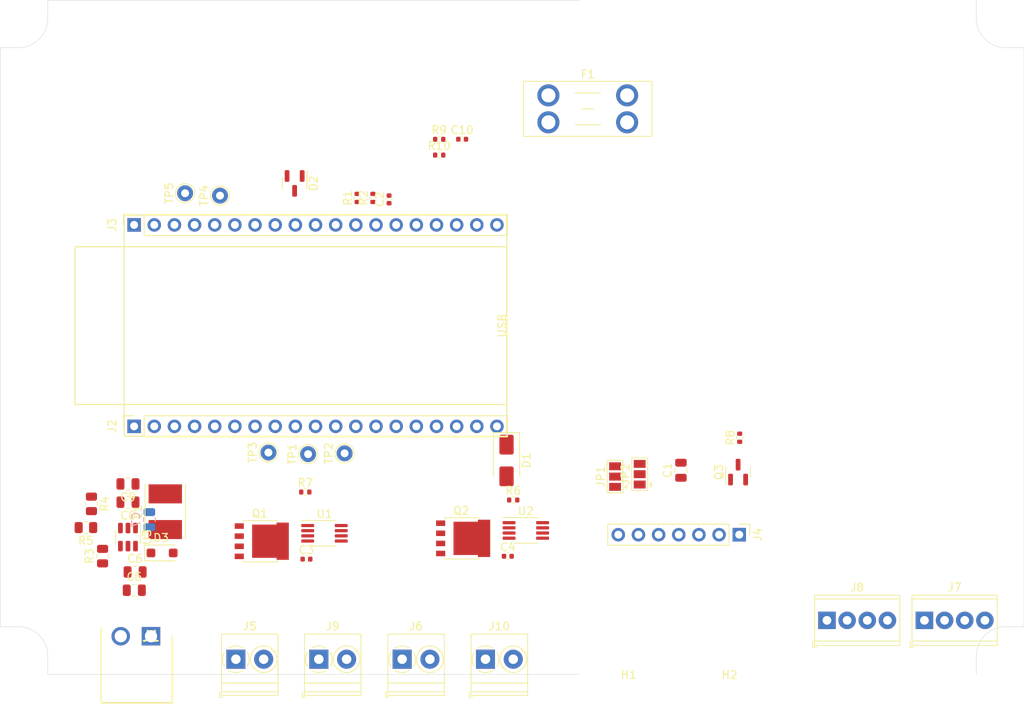
<source format=kicad_pcb>
(kicad_pcb (version 20221018) (generator pcbnew)
  (layers (0 "F.Cu" signal) (31 "B.Cu" signal) (34 "B.Paste" user) (35 "F.Paste" user) (36 "B.SilkS" user "B.Silkscreen") (37 "F.SilkS" user "F.Silkscreen") (38 "B.Mask" user) (39 "F.Mask" user) (44 "Edge.Cuts" user))
  (net 0 "")
  (net 1 "+5V")
  (net 2 "GND")
  (net 3 "/button_1")
  (net 4 "+24V")
  (net 5 "Net-(U3-CB)")
  (net 6 "Net-(D3-K)")
  (net 7 "Net-(D1-K)")
  (net 8 "/EN_bottom")
  (net 9 "/EN_top")
  (net 10 "+3V3")
  (net 17 "Net-(J2-Pin_8)")
  (net 18 "Net-(J2-Pin_9)")
  (net 19 "Net-(J2-Pin_10)")
  (net 20 "/PWM_sig")
  (net 21 "/~{EN}_audio")
  (net 27 "Net-(J3-Pin_2)")
  (net 28 "Net-(J3-Pin_3)")
  (net 31 "/I2S_DOUT")
  (net 32 "/I2S_WS")
  (net 33 "/button_2")
  (net 34 "/I2S_BCLK")
  (net 41 "/gain")
  (net 42 "/sd_mode")
  (net 43 "Net-(J5-Pin_2)")
  (net 44 "Net-(J10-Pin_2)")
  (net 45 "Net-(Q1-G)")
  (net 46 "Net-(Q2-G)")
  (net 47 "Net-(Q3-G)")
  (net 48 "Net-(J7-Pin_1)")
  (net 49 "Net-(U3-~{SHDN})")
  (net 50 "Net-(U3-FB)")
  (net 51 "Net-(J1-Pin_2)")
  (net 52 "Net-(J8-Pin_1)")
  (footprint "Resistor_SMD:R_0402_1005Metric" (layer "F.Cu") (at 93.18 55.17 90)
    (fp_text reference "R8" (at 0 -1.17 90) (layer "F.SilkS"))
    (fp_text value "1k")
    (fp_line (start -0.153641 -0.38) (end 0.153641 -0.38) (stroke (width 0.12)) (layer "F.SilkS"))
    (fp_line (start -0.153641 0.38) (end 0.153641 0.38) (stroke (width 0.12)) (layer "F.SilkS"))
    (pad "1" smd roundrect (at -0.51 0 90) (size 0.54 0.64) (layers "F.Cu" "F.Paste" "F.Mask") (net 47 "Net-(Q3-G)"))
    (pad "2" smd roundrect (at 0.51 0 90) (size 0.54 0.64) (layers "F.Cu" "F.Paste" "F.Mask") (net 21 "/~{EN}_audio"))
  )
  (footprint "TestPoint:TestPoint_THTPad_D2.0mm_Drill1.0mm" (layer "F.Cu") (at 43.4 57.14 90)
    (fp_text reference "TP2" (at 0 -1.998 90) (layer "F.SilkS"))
    (fp_text value "TestPoint")
    (fp_circle (center 0 0) (end 0 1.2) (stroke (width 0.12)) (fill none) (layer "F.SilkS"))
    (pad "1" thru_hole circle (at 0 0 90) (size 2 2) (drill 1) (layers "*.Cu" "*.Mask") (net 19 "Net-(J2-Pin_10)"))
  )
  (footprint "Inductor_SMD:L_Taiyo-Yuden_NR-50xx_HandSoldering" (layer "F.Cu") (at 20.8 64.5 90)
    (fp_text reference "L1" (at 0 -3.45 90) (layer "F.SilkS"))
    (fp_text value "22uH SRN5040-220M")
    (fp_line (start -3.45 -2.55) (end 3.45 -2.55) (stroke (width 0.12)) (layer "F.SilkS"))
    (fp_line (start -3.45 2.55) (end 3.45 2.55) (stroke (width 0.12)) (layer "F.SilkS"))
    (pad "1" smd rect (at -2.25 0 90) (size 2.4 4.2) (layers "F.Cu" "F.Paste" "F.Mask") (net 6 "Net-(D3-K)"))
    (pad "2" smd rect (at 2.25 0 90) (size 2.4 4.2) (layers "F.Cu" "F.Paste" "F.Mask") (net 1 "+5V"))
  )
  (footprint "TerminalBlock_Phoenix:TerminalBlock_Phoenix_PT-1,5-2-3.5-H_1x02_P3.50mm_Horizontal" (layer "F.Cu") (at 50.65 83.1)
    (fp_text reference "J6" (at 1.75 -4.16) (layer "F.SilkS"))
    (fp_text value "MKDS 3.5mm")
    (fp_line (start -2.05 4.16) (end -2.05 4.8) (stroke (width 0.12)) (layer "F.SilkS"))
    (fp_line (start -2.05 4.8) (end -1.65 4.8) (stroke (width 0.12)) (layer "F.SilkS"))
    (fp_line (start -1.81 -3.16) (end -1.81 4.56) (stroke (width 0.12)) (layer "F.SilkS"))
    (fp_line (start -1.81 -3.16) (end 5.31 -3.16) (stroke (width 0.12)) (layer "F.SilkS"))
    (fp_line (start -1.81 3) (end 5.31 3) (stroke (width 0.12)) (layer "F.SilkS"))
    (fp_line (start -1.81 4.1) (end 5.31 4.1) (stroke (width 0.12)) (layer "F.SilkS"))
    (fp_line (start -1.81 4.56) (end 5.31 4.56) (stroke (width 0.12)) (layer "F.SilkS"))
    (fp_line (start 2.355 0.941) (end 2.226 1.069) (stroke (width 0.12)) (layer "F.SilkS"))
    (fp_line (start 2.525 1.181) (end 2.431 1.274) (stroke (width 0.12)) (layer "F.SilkS"))
    (fp_line (start 4.57 -1.275) (end 4.476 -1.181) (stroke (width 0.12)) (layer "F.SilkS"))
    (fp_line (start 4.775 -1.069) (end 4.646 -0.941) (stroke (width 0.12)) (layer "F.SilkS"))
    (fp_line (start 5.31 -3.16) (end 5.31 4.56) (stroke (width 0.12)) (layer "F.SilkS"))
    (fp_arc (start -1.425358 0.889894) (mid -1.680286 0.014012) (end -1.44 -0.866) (stroke (width 0.12)) (layer "F.SilkS"))
    (fp_arc (start -0.889894 -1.425358) (mid -0.014012 -1.680286) (end 0.866 -1.44) (stroke (width 0.12)) (layer "F.SilkS"))
    (fp_arc (start 0.028674 1.680099) (mid -0.435535 1.622918) (end -0.866 1.44) (stroke (width 0.12)) (layer "F.SilkS"))
    (fp_arc (start 0.890264 1.424721) (mid 0.463071 1.61492) (end 0 1.68) (stroke (width 0.12)) (layer "F.SilkS"))
    (fp_arc (start 1.425504 -0.890193) (mid 1.680626 0.000476) (end 1.425 0.891) (stroke (width 0.12)) (layer "F.SilkS"))
    (fp_circle (center 3.5 0) (end 5.18 0) (stroke (width 0.12)) (fill none) (layer "F.SilkS"))
    (pad "1" thru_hole rect (at 0 0) (size 2.4 2.4) (drill 1.2) (layers "*.Cu" "*.Mask") (net 4 "+24V"))
    (pad "2" thru_hole circle (at 3.5 0) (size 2.4 2.4) (drill 1.2) (layers "*.Cu" "*.Mask") (net 44 "Net-(J10-Pin_2)"))
  )
  (footprint "Resistor_SMD:R_0402_1005Metric" (layer "F.Cu") (at 64.645 63.02)
    (fp_text reference "R6" (at 0 -1.17) (layer "F.SilkS"))
    (fp_text value "10k")
    (fp_line (start -0.153641 -0.38) (end 0.153641 -0.38) (stroke (width 0.12)) (layer "F.SilkS"))
    (fp_line (start -0.153641 0.38) (end 0.153641 0.38) (stroke (width 0.12)) (layer "F.SilkS"))
    (pad "1" smd roundrect (at -0.51 0) (size 0.54 0.64) (layers "F.Cu" "F.Paste" "F.Mask") (net 2 "GND"))
    (pad "2" smd roundrect (at 0.51 0) (size 0.54 0.64) (layers "F.Cu" "F.Paste" "F.Mask") (net 8 "/EN_bottom"))
  )
  (footprint "Package_SO:MSOP-8_3x3mm_P0.65mm" (layer "F.Cu") (at 40.86 67.22)
    (fp_text reference "U1" (at 0 -2.45) (layer "F.SilkS"))
    (fp_text value "MCP14A0302")
    (fp_line (start 0 -1.61) (end -2.925 -1.61) (stroke (width 0.12)) (layer "F.SilkS"))
    (fp_line (start 0 -1.61) (end 1.5 -1.61) (stroke (width 0.12)) (layer "F.SilkS"))
    (fp_line (start 0 1.61) (end -1.5 1.61) (stroke (width 0.12)) (layer "F.SilkS"))
    (fp_line (start 0 1.61) (end 1.5 1.61) (stroke (width 0.12)) (layer "F.SilkS"))
    (pad "1" smd roundrect (at -2.1125 -0.975) (size 1.625 0.4) (layers "F.Cu" "F.Paste" "F.Mask") (net 1 "+5V"))
    (pad "2" smd roundrect (at -2.1125 -0.325) (size 1.625 0.4) (layers "F.Cu" "F.Paste" "F.Mask") (net 20 "/PWM_sig"))
    (pad "3" smd roundrect (at -2.1125 0.325) (size 1.625 0.4) (layers "F.Cu" "F.Paste" "F.Mask") (net 9 "/EN_top"))
    (pad "4" smd roundrect (at -2.1125 0.975) (size 1.625 0.4) (layers "F.Cu" "F.Paste" "F.Mask") (net 2 "GND"))
    (pad "5" smd roundrect (at 2.1125 0.975) (size 1.625 0.4) (layers "F.Cu" "F.Paste" "F.Mask") (net 2 "GND"))
    (pad "6" smd roundrect (at 2.1125 0.325) (size 1.625 0.4) (layers "F.Cu" "F.Paste" "F.Mask") (net 45 "Net-(Q1-G)"))
    (pad "7" smd roundrect (at 2.1125 -0.325) (size 1.625 0.4) (layers "F.Cu" "F.Paste" "F.Mask") (net 45 "Net-(Q1-G)"))
    (pad "8" smd roundrect (at 2.1125 -0.975) (size 1.625 0.4) (layers "F.Cu" "F.Paste" "F.Mask") (net 1 "+5V"))
  )
  (footprint "Capacitor_SMD:C_0805_2012Metric" (layer "F.Cu") (at 17 72.1)
    (fp_text reference "C6" (at 0 -1.68) (layer "F.SilkS"))
    (fp_text value "1uF 35V")
    (fp_line (start -0.261252 -0.735) (end 0.261252 -0.735) (stroke (width 0.12)) (layer "F.SilkS"))
    (fp_line (start -0.261252 0.735) (end 0.261252 0.735) (stroke (width 0.12)) (layer "F.SilkS"))
    (pad "1" smd roundrect (at -0.95 0) (size 1 1.45) (layers "F.Cu" "F.Paste" "F.Mask") (net 4 "+24V"))
    (pad "2" smd roundrect (at 0.95 0) (size 1 1.45) (layers "F.Cu" "F.Paste" "F.Mask") (net 2 "GND"))
  )
  (footprint "Capacitor_SMD:C_0402_1005Metric" (layer "F.Cu") (at 49 25.12 90)
    (fp_text reference "C2" (at 0 -1.16 90) (layer "F.SilkS"))
    (fp_text value "1uF 10V")
    (fp_line (start -0.107836 -0.36) (end 0.107836 -0.36) (stroke (width 0.12)) (layer "F.SilkS"))
    (fp_line (start -0.107836 0.36) (end 0.107836 0.36) (stroke (width 0.12)) (layer "F.SilkS"))
    (pad "1" smd roundrect (at -0.48 0 90) (size 0.56 0.62) (layers "F.Cu" "F.Paste" "F.Mask") (net 3 "/button_1"))
    (pad "2" smd roundrect (at 0.48 0 90) (size 0.56 0.62) (layers "F.Cu" "F.Paste" "F.Mask") (net 2 "GND"))
  )
  (footprint "connectors:Wuerth_Term_3.81_1x2_691322310002" (layer "F.Cu") (at 19 80.2 180)
    (fp_text reference "J1" (at 0 0) (layer "F.SilkS") (effects (font (size 1.27 1.27) (thickness 0.254))))
    (fp_text value "691322310002" hide)
    (fp_line (start -2.7 -8.4) (end 6.26 -8.4) (stroke (width 0.2)) (layer "F.SilkS"))
    (fp_line (start -2.7 0) (end -2.7 -8.4) (stroke (width 0.2)) (layer "F.SilkS"))
    (fp_line (start 6.26 -8.4) (end 6.26 1) (stroke (width 0.2)) (layer "F.SilkS"))
    (pad "1" thru_hole rect (at 0 0 180) (size 2.325 2.325) (drill 1.55) (layers "*.Cu" "*.Mask") (net 2 "GND"))
    (pad "2" thru_hole circle (at 3.81 0 180) (size 2.325 2.325) (drill 1.55) (layers "*.Cu" "*.Mask") (net 51 "Net-(J1-Pin_2)"))
  )
  (footprint "Resistor_SMD:R_0402_1005Metric" (layer "F.Cu") (at 38.445 62.02)
    (fp_text reference "R7" (at 0 -1.17) (layer "F.SilkS"))
    (fp_text value "10k")
    (fp_line (start -0.153641 -0.38) (end 0.153641 -0.38) (stroke (width 0.12)) (layer "F.SilkS"))
    (fp_line (start -0.153641 0.38) (end 0.153641 0.38) (stroke (width 0.12)) (layer "F.SilkS"))
    (pad "1" smd roundrect (at -0.51 0) (size 0.54 0.64) (layers "F.Cu" "F.Paste" "F.Mask") (net 2 "GND"))
    (pad "2" smd roundrect (at 0.51 0) (size 0.54 0.64) (layers "F.Cu" "F.Paste" "F.Mask") (net 9 "/EN_top"))
  )
  (footprint "Connector_PinHeader_2.54mm:PinHeader_1x07_P2.54mm_Vertical" (layer "F.Cu") (at 93.125 67.4 -90)
    (fp_text reference "J4" (at 0 -2.33 90) (layer "F.SilkS"))
    (fp_text value "MAX98357A Breakout")
    (fp_line (start -1.33 -1.33) (end 0 -1.33) (stroke (width 0.12)) (layer "F.SilkS"))
    (fp_line (start -1.33 0) (end -1.33 -1.33) (stroke (width 0.12)) (layer "F.SilkS"))
    (fp_line (start -1.33 1.27) (end -1.33 16.57) (stroke (width 0.12)) (layer "F.SilkS"))
    (fp_line (start -1.33 1.27) (end 1.33 1.27) (stroke (width 0.12)) (layer "F.SilkS"))
    (fp_line (start -1.33 16.57) (end 1.33 16.57) (stroke (width 0.12)) (layer "F.SilkS"))
    (fp_line (start 1.33 1.27) (end 1.33 16.57) (stroke (width 0.12)) (layer "F.SilkS"))
    (pad "1" thru_hole rect (at 0 0 270) (size 1.7 1.7) (drill 1) (layers "*.Cu" "*.Mask") (net 32 "/I2S_WS"))
    (pad "2" thru_hole oval (at 0 2.54 270) (size 1.7 1.7) (drill 1) (layers "*.Cu" "*.Mask") (net 34 "/I2S_BCLK"))
    (pad "3" thru_hole oval (at 0 5.08 270) (size 1.7 1.7) (drill 1) (layers "*.Cu" "*.Mask") (net 31 "/I2S_DOUT"))
    (pad "4" thru_hole oval (at 0 7.62 270) (size 1.7 1.7) (drill 1) (layers "*.Cu" "*.Mask") (net 41 "/gain"))
    (pad "5" thru_hole oval (at 0 10.16 270) (size 1.7 1.7) (drill 1) (layers "*.Cu" "*.Mask") (net 42 "/sd_mode"))
    (pad "6" thru_hole oval (at 0 12.7 270) (size 1.7 1.7) (drill 1) (layers "*.Cu" "*.Mask") (net 2 "GND"))
    (pad "7" thru_hole oval (at 0 15.24 270) (size 1.7 1.7) (drill 1) (layers "*.Cu" "*.Mask") (net 1 "+5V"))
  )
  (footprint "Resistor_SMD:R_0402_1005Metric" (layer "F.Cu") (at 44.97 24.93 90)
    (fp_text reference "R1" (at 0 -1.17 90) (layer "F.SilkS"))
    (fp_text value "100k")
    (fp_line (start -0.153641 -0.38) (end 0.153641 -0.38) (stroke (width 0.12)) (layer "F.SilkS"))
    (fp_line (start -0.153641 0.38) (end 0.153641 0.38) (stroke (width 0.12)) (layer "F.SilkS"))
    (pad "1" smd roundrect (at -0.51 0 90) (size 0.54 0.64) (layers "F.Cu" "F.Paste" "F.Mask") (net 3 "/button_1"))
    (pad "2" smd roundrect (at 0.51 0 90) (size 0.54 0.64) (layers "F.Cu" "F.Paste" "F.Mask") (net 10 "+3V3"))
  )
  (footprint "TerminalBlock_Phoenix:TerminalBlock_Phoenix_PT-1,5-2-3.5-H_1x02_P3.50mm_Horizontal" (layer "F.Cu") (at 29.7 83.1)
    (fp_text reference "J5" (at 1.75 -4.16) (layer "F.SilkS"))
    (fp_text value "MKDS 3.5mm")
    (fp_line (start -2.05 4.16) (end -2.05 4.8) (stroke (width 0.12)) (layer "F.SilkS"))
    (fp_line (start -2.05 4.8) (end -1.65 4.8) (stroke (width 0.12)) (layer "F.SilkS"))
    (fp_line (start -1.81 -3.16) (end -1.81 4.56) (stroke (width 0.12)) (layer "F.SilkS"))
    (fp_line (start -1.81 -3.16) (end 5.31 -3.16) (stroke (width 0.12)) (layer "F.SilkS"))
    (fp_line (start -1.81 3) (end 5.31 3) (stroke (width 0.12)) (layer "F.SilkS"))
    (fp_line (start -1.81 4.1) (end 5.31 4.1) (stroke (width 0.12)) (layer "F.SilkS"))
    (fp_line (start -1.81 4.56) (end 5.31 4.56) (stroke (width 0.12)) (layer "F.SilkS"))
    (fp_line (start 2.355 0.941) (end 2.226 1.069) (stroke (width 0.12)) (layer "F.SilkS"))
    (fp_line (start 2.525 1.181) (end 2.431 1.274) (stroke (width 0.12)) (layer "F.SilkS"))
    (fp_line (start 4.57 -1.275) (end 4.476 -1.181) (stroke (width 0.12)) (layer "F.SilkS"))
    (fp_line (start 4.775 -1.069) (end 4.646 -0.941) (stroke (width 0.12)) (layer "F.SilkS"))
    (fp_line (start 5.31 -3.16) (end 5.31 4.56) (stroke (width 0.12)) (layer "F.SilkS"))
    (fp_arc (start -1.425358 0.889894) (mid -1.680286 0.014012) (end -1.44 -0.866) (stroke (width 0.12)) (layer "F.SilkS"))
    (fp_arc (start -0.889894 -1.425358) (mid -0.014012 -1.680286) (end 0.866 -1.44) (stroke (width 0.12)) (layer "F.SilkS"))
    (fp_arc (start 0.028674 1.680099) (mid -0.435535 1.622918) (end -0.866 1.44) (stroke (width 0.12)) (layer "F.SilkS"))
    (fp_arc (start 0.890264 1.424721) (mid 0.463071 1.61492) (end 0 1.68) (stroke (width 0.12)) (layer "F.SilkS"))
    (fp_arc (start 1.425504 -0.890193) (mid 1.680626 0.000476) (end 1.425 0.891) (stroke (width 0.12)) (layer "F.SilkS"))
    (fp_circle (center 3.5 0) (end 5.18 0) (stroke (width 0.12)) (fill none) (layer "F.SilkS"))
    (pad "1" thru_hole rect (at 0 0) (size 2.4 2.4) (drill 1.2) (layers "*.Cu" "*.Mask") (net 4 "+24V"))
    (pad "2" thru_hole circle (at 3.5 0) (size 2.4 2.4) (drill 1.2) (layers "*.Cu" "*.Mask") (net 43 "Net-(J5-Pin_2)"))
  )
  (footprint "Capacitor_SMD:C_0805_2012Metric" (layer "F.Cu") (at 16.1 63.3 180)
    (fp_text reference "C8" (at 0 -1.68) (layer "F.SilkS"))
    (fp_text value "10uF 10V")
    (fp_line (start -0.261252 -0.735) (end 0.261252 -0.735) (stroke (width 0.12)) (layer "F.SilkS"))
    (fp_line (start -0.261252 0.735) (end 0.261252 0.735) (stroke (width 0.12)) (layer "F.SilkS"))
    (pad "1" smd roundrect (at -0.95 0 180) (size 1 1.45) (layers "F.Cu" "F.Paste" "F.Mask") (net 1 "+5V"))
    (pad "2" smd roundrect (at 0.95 0 180) (size 1 1.45) (layers "F.Cu" "F.Paste" "F.Mask") (net 2 "GND"))
  )
  (footprint "Diode_SMD:D_SOD-123F" (layer "F.Cu") (at 20.4 69.7)
    (fp_text reference "D3" (at -0.127 -1.905) (layer "F.SilkS"))
    (fp_text value "PMEG2020EH")
    (fp_line (start -2.21 -1) (end -2.21 1) (stroke (width 0.12)) (layer "F.SilkS"))
    (fp_line (start -2.21 -1) (end 1.65 -1) (stroke (width 0.12)) (layer "F.SilkS"))
    (fp_line (start -2.21 1) (end 1.65 1) (stroke (width 0.12)) (layer "F.SilkS"))
    (pad "1" smd roundrect (at -1.4 0) (size 1.1 1.1) (layers "F.Cu" "F.Paste" "F.Mask") (roundrect_rratio 0.2272727273) (net 6 "Net-(D3-K)"))
    (pad "2" smd roundrect (at 1.4 0) (size 1.1 1.1) (layers "F.Cu" "F.Paste" "F.Mask") (roundrect_rratio 0.2272727273) (net 2 "GND"))
  )
  (footprint "Package_TO_SOT_SMD:SOT-23-6" (layer "F.Cu") (at 16.1 67.7 -90)
    (fp_text reference "U3" (at 0 -2.4 90) (layer "F.SilkS"))
    (fp_text value "LMR16006YQ")
    (fp_line (start 0 -1.56) (end -1.8 -1.56) (stroke (width 0.12)) (layer "F.SilkS"))
    (fp_line (start 0 -1.56) (end 0.8 -1.56) (stroke (width 0.12)) (layer "F.SilkS"))
    (fp_line (start 0 1.56) (end -0.8 1.56) (stroke (width 0.12)) (layer "F.SilkS"))
    (fp_line (start 0 1.56) (end 0.8 1.56) (stroke (width 0.12)) (layer "F.SilkS"))
    (pad "1" smd roundrect (at -1.1375 -0.95 270) (size 1.325 0.6) (layers "F.Cu" "F.Paste" "F.Mask") (net 5 "Net-(U3-CB)"))
    (pad "2" smd roundrect (at -1.1375 0 270) (size 1.325 0.6) (layers "F.Cu" "F.Paste" "F.Mask") (net 2 "GND"))
    (pad "3" smd roundrect (at -1.1375 0.95 270) (size 1.325 0.6) (layers "F.Cu" "F.Paste" "F.Mask") (net 50 "Net-(U3-FB)"))
    (pad "4" smd roundrect (at 1.1375 0.95 270) (size 1.325 0.6) (layers "F.Cu" "F.Paste" "F.Mask") (net 49 "Net-(U3-~{SHDN})"))
    (pad "5" smd roundrect (at 1.1375 0 270) (size 1.325 0.6) (layers "F.Cu" "F.Paste" "F.Mask") (net 4 "+24V"))
    (pad "6" smd roundrect (at 1.1375 -0.95 270) (size 1.325 0.6) (layers "F.Cu" "F.Paste" "F.Mask") (net 6 "Net-(D3-K)"))
  )
  (footprint "Diode_SMD:D_SMA" (layer "F.Cu") (at 63.8 58.04 -90)
    (fp_text reference "D1" (at 0 -2.5 90) (layer "F.SilkS"))
    (fp_text value "SS16_R2_00001 1A, 42V")
    (fp_line (start -3.51 -1.65) (end -3.51 1.65) (stroke (width 0.12)) (layer "F.SilkS"))
    (fp_line (start -3.51 -1.65) (end 2 -1.65) (stroke (width 0.12)) (layer "F.SilkS"))
    (fp_line (start -3.51 1.65) (end 2 1.65) (stroke (width 0.12)) (layer "F.SilkS"))
    (pad "1" smd roundrect (at -2 0 270) (size 2.5 1.8) (layers "F.Cu" "F.Paste" "F.Mask") (roundrect_rratio 0.1388888889) (net 7 "Net-(D1-K)"))
    (pad "2" smd roundrect (at 2 0 270) (size 2.5 1.8) (layers "F.Cu" "F.Paste" "F.Mask") (roundrect_rratio 0.1388888889) (net 1 "+5V"))
  )
  (footprint "Package_TO_SOT_SMD:LFPAK56" (layer "F.Cu") (at 32.795 68.22)
    (fp_text reference "Q1" (at -0.08 -3.48) (layer "F.SilkS"))
    (fp_text value "PSMN1R2-30YLC")
    (fp_line (start -2.15 -2.6) (end -2.15 -2.4) (stroke (width 0.12)) (layer "F.SilkS"))
    (fp_line (start -2.15 2.4) (end -2.15 2.6) (stroke (width 0.12)) (layer "F.SilkS"))
    (fp_line (start -2.15 2.6) (end 2.15 2.6) (stroke (width 0.12)) (layer "F.SilkS"))
    (fp_line (start 2.15 -2.6) (end -2.15 -2.6) (stroke (width 0.12)) (layer "F.SilkS"))
    (fp_line (start 2.15 -2.45) (end 2.15 -2.6) (stroke (width 0.12)) (layer "F.SilkS"))
    (fp_line (start 2.15 2.6) (end 2.15 2.45) (stroke (width 0.12)) (layer "F.SilkS"))
    (pad "1" smd rect (at -2.67 -1.91 270) (size 0.7 1.15) (layers "F.Cu" "F.Paste" "F.Mask") (net 2 "GND"))
    (pad "2" smd rect (at -2.67 -0.64 270) (size 0.7 1.15) (layers "F.Cu" "F.Paste" "F.Mask") (net 2 "GND"))
    (pad "3" smd rect (at -2.67 0.64 270) (size 0.7 1.15) (layers "F.Cu" "F.Paste" "F.Mask") (net 2 "GND"))
    (pad "4" smd rect (at -2.67 1.91 270) (size 0.7 1.15) (layers "F.Cu" "F.Paste" "F.Mask") (net 45 "Net-(Q1-G)"))
    (pad "5" smd custom (at 0.6 0) (size 3.3 4.2) (layers "F.Cu" "F.Mask") (net 43 "Net-(J5-Pin_2)") (options (clearance outline) (anchor rect)) (primitives (gr_poly (pts (xy 2.975 2.35) (xy 1.425 2.35) (xy 1.425 -2.35) (xy 2.975 -2.35)) (width 0) (fill yes))))
  )
  (footprint "Connector_PinSocket_2.54mm:PinSocket_1x19_P2.54mm_Vertical" (layer "F.Cu") (at 16.875 28.335 90)
    (fp_text reference "J3" (at 0 -2.77 90) (layer "F.SilkS"))
    (fp_text value "Conn_01x19")
    (fp_line (start -1.33 1.27) (end -1.33 47.05) (stroke (width 0.12)) (layer "F.SilkS"))
    (fp_line (start -1.33 1.27) (end 1.33 1.27) (stroke (width 0.12)) (layer "F.SilkS"))
    (fp_line (start -1.33 47.05) (end 1.33 47.05) (stroke (width 0.12)) (layer "F.SilkS"))
    (fp_line (start 0 -1.33) (end 1.33 -1.33) (stroke (width 0.12)) (layer "F.SilkS"))
    (fp_line (start 1.33 -1.33) (end 1.33 0) (stroke (width 0.12)) (layer "F.SilkS"))
    (fp_line (start 1.33 1.27) (end 1.33 47.05) (stroke (width 0.12)) (layer "F.SilkS"))
    (pad "1" thru_hole rect (at 0 0 90) (size 1.7 1.7) (drill 1) (layers "*.Cu" "*.Mask") (net 2 "GND"))
    (pad "2" thru_hole oval (at 0 2.54 90) (size 1.7 1.7) (drill 1) (layers "*.Cu" "*.Mask") (net 27 "Net-(J3-Pin_2)"))
    (pad "3" thru_hole oval (at 0 5.08 90) (size 1.7 1.7) (drill 1) (layers "*.Cu" "*.Mask") (net 28 "Net-(J3-Pin_3)"))
    (pad "4" thru_hole oval (at 0 7.62 90) (size 1.7 1.7) (drill 1) (layers "*.Cu" "*.Mask"))
    (pad "5" thru_hole oval (at 0 10.16 90) (size 1.7 1.7) (drill 1) (layers "*.Cu" "*.Mask"))
    (pad "6" thru_hole oval (at 0 12.7 90) (size 1.7 1.7) (drill 1) (layers "*.Cu" "*.Mask") (net 9 "/EN_top"))
    (pad "7" thru_hole oval (at 0 15.24 90) (size 1.7 1.7) (drill 1) (layers "*.Cu" "*.Mask") (net 2 "GND"))
    (pad "8" thru_hole oval (at 0 17.78 90) (size 1.7 1.7) (drill 1) (layers "*.Cu" "*.Mask") (net 8 "/EN_bottom"))
    (pad "9" thru_hole oval (at 0 20.32 90) (size 1.7 1.7) (drill 1) (layers "*.Cu" "*.Mask") (net 31 "/I2S_DOUT"))
    (pad "10" thru_hole oval (at 0 22.86 90) (size 1.7 1.7) (drill 1) (layers "*.Cu" "*.Mask") (net 32 "/I2S_WS"))
    (pad "11" thru_hole oval (at 0 25.4 90) (size 1.7 1.7) (drill 1) (layers "*.Cu" "*.Mask") (net 3 "/button_1"))
    (pad "12" thru_hole oval (at 0 27.94 90) (size 1.7 1.7) (drill 1) (layers "*.Cu" "*.Mask") (net 33 "/button_2"))
    (pad "13" thru_hole oval (at 0 30.48 90) (size 1.7 1.7) (drill 1) (layers "*.Cu" "*.Mask") (net 34 "/I2S_BCLK"))
    (pad "14" thru_hole oval (at 0 33.02 90) (size 1.7 1.7) (drill 1) (layers "*.Cu" "*.Mask"))
    (pad "15" thru_hole oval (at 0 35.56 90) (size 1.7 1.7) (drill 1) (layers "*.Cu" "*.Mask"))
    (pad "16" thru_hole oval (at 0 38.1 90) (size 1.7 1.7) (drill 1) (layers "*.Cu" "*.Mask"))
    (pad "17" thru_hole oval (at 0 40.64 90) (size 1.7 1.7) (drill 1) (layers "*.Cu" "*.Mask"))
    (pad "18" thru_hole oval (at 0 43.18 90) (size 1.7 1.7) (drill 1) (layers "*.Cu" "*.Mask"))
    (pad "19" thru_hole oval (at 0 45.72 90) (size 1.7 1.7) (drill 1) (layers "*.Cu" "*.Mask"))
  )
  (footprint "Capacitor_SMD:C_0402_1005Metric" (layer "F.Cu") (at 63.965 70.12)
    (fp_text reference "C4" (at 0 -1.16) (layer "F.SilkS"))
    (fp_text value "1uF 10V")
    (fp_line (start -0.107836 -0.36) (end 0.107836 -0.36) (stroke (width 0.12)) (layer "F.SilkS"))
    (fp_line (start -0.107836 0.36) (end 0.107836 0.36) (stroke (width 0.12)) (layer "F.SilkS"))
    (pad "1" smd roundrect (at -0.48 0) (size 0.56 0.62) (layers "F.Cu" "F.Paste" "F.Mask") (net 1 "+5V"))
    (pad "2" smd roundrect (at 0.48 0) (size 0.56 0.62) (layers "F.Cu" "F.Paste" "F.Mask") (net 2 "GND"))
  )
  (footprint "Capacitor_SMD:C_0805_2012Metric" (layer "F.Cu") (at 16.9 74.4)
    (fp_text reference "C5" (at 0 -1.68) (layer "F.SilkS"))
    (fp_text value "1uF 35V")
    (fp_line (start -0.261252 -0.735) (end 0.261252 -0.735) (stroke (width 0.12)) (layer "F.SilkS"))
    (fp_line (start -0.261252 0.735) (end 0.261252 0.735) (stroke (width 0.12)) (layer "F.SilkS"))
    (pad "1" smd roundrect (at -0.95 0) (size 1 1.45) (layers "F.Cu" "F.Paste" "F.Mask") (net 4 "+24V"))
    (pad "2" smd roundrect (at 0.95 0) (size 1 1.45) (layers "F.Cu" "F.Paste" "F.Mask") (net 2 "GND"))
  )
  (footprint "Resistor_SMD:R_0402_1005Metric" (layer "F.Cu") (at 55.32 17.54)
    (fp_text reference "R9" (at 0 -1.17) (layer "F.SilkS"))
    (fp_text value "100k")
    (fp_line (start -0.153641 -0.38) (end 0.153641 -0.38) (stroke (width 0.12)) (layer "F.SilkS"))
    (fp_line (start -0.153641 0.38) (end 0.153641 0.38) (stroke (width 0.12)) (layer "F.SilkS"))
    (pad "1" smd roundrect (at -0.51 0) (size 0.54 0.64) (layers "F.Cu" "F.Paste" "F.Mask") (net 33 "/button_2"))
    (pad "2" smd roundrect (at 0.51 0) (size 0.54 0.64) (layers "F.Cu" "F.Paste" "F.Mask") (net 10 "+3V3"))
  )
  (footprint "Resistor_SMD:R_0805_2012Metric" (layer "F.Cu") (at 10.8 66.5 180)
    (fp_text reference "R5" (at 0 -1.65) (layer "F.SilkS"))
    (fp_text value "10k")
    (fp_line (start -0.227064 -0.735) (end 0.227064 -0.735) (stroke (width 0.12)) (layer "F.SilkS"))
    (fp_line (start -0.227064 0.735) (end 0.227064 0.735) (stroke (width 0.12)) (layer "F.SilkS"))
    (pad "1" smd roundrect (at -0.9125 0 180) (size 1.025 1.4) (layers "F.Cu" "F.Paste" "F.Mask") (roundrect_rratio 0.243902) (net 50 "Net-(U3-FB)"))
    (pad "2" smd roundrect (at 0.9125 0 180) (size 1.025 1.4) (layers "F.Cu" "F.Paste" "F.Mask") (roundrect_rratio 0.243902) (net 2 "GND"))
  )
  (footprint "Fuse:Fuseholder_Blade_Mini_Keystone_3568" (layer "F.Cu") (at 69.08 12)
    (fp_text reference "F1" (at 4.96 -2.67) (layer "F.SilkS"))
    (fp_text value "Keystone_3568")
    (fp_line (start -3.14 -1.77) (end -3.14 5.17) (stroke (width 0.12)) (layer "F.SilkS"))
    (fp_line (start -3.14 5.17) (end 13.06 5.17) (stroke (width 0.12)) (layer "F.SilkS"))
    (fp_line (start 3.36 -0.3) (end 6.56 -0.3) (stroke (width 0.12)) (layer "F.SilkS"))
    (fp_line (start 4.21 1.7) (end 5.71 1.7) (stroke (width 0.12)) (layer "F.SilkS"))
    (fp_line (start 6.56 3.7) (end 3.36 3.7) (stroke (width 0.12)) (layer "F.SilkS"))
    (fp_line (start 13.06 -1.77) (end -3.14 -1.77) (stroke (width 0.12)) (layer "F.SilkS"))
    (fp_line (start 13.06 5.17) (end 13.06 -1.77) (stroke (width 0.12)) (layer "F.SilkS"))
    (pad "1" thru_hole circle (at 0 0) (size 2.78 2.78) (drill 1.78) (layers "*.Cu" "*.Mask") (net 51 "Net-(J1-Pin_2)"))
    (pad "1" thru_hole circle (at 0 3.4) (size 2.78 2.78) (drill 1.78) (layers "*.Cu" "*.Mask") (net 51 "Net-(J1-Pin_2)"))
    (pad "2" thru_hole circle (at 9.92 0) (size 2.78 2.78) (drill 1.78) (layers "*.Cu" "*.Mask") (net 4 "+24V"))
    (pad "2" thru_hole circle (at 9.92 3.4) (size 2.78 2.78) (drill 1.78) (layers "*.Cu" "*.Mask") (net 4 "+24V"))
  )
  (footprint "Capacitor_SMD:C_0402_1005Metric" (layer "F.Cu") (at 38.59 70.48)
    (fp_text reference "C3" (at 0 -1.16) (layer "F.SilkS"))
    (fp_text value "1uF 10V")
    (fp_line (start -0.107836 -0.36) (end 0.107836 -0.36) (stroke (width 0.12)) (layer "F.SilkS"))
    (fp_line (start -0.107836 0.36) (end 0.107836 0.36) (stroke (width 0.12)) (layer "F.SilkS"))
    (pad "1" smd roundrect (at -0.48 0) (size 0.56 0.62) (layers "F.Cu" "F.Paste" "F.Mask") (net 1 "+5V"))
    (pad "2" smd roundrect (at 0.48 0) (size 0.56 0.62) (layers "F.Cu" "F.Paste" "F.Mask") (net 2 "GND"))
  )
  (footprint "TerminalBlock_Phoenix:TerminalBlock_Phoenix_PT-1,5-2-3.5-H_1x02_P3.50mm_Horizontal" (layer "F.Cu") (at 61.15 83.1)
    (fp_text reference "J10" (at 1.75 -4.16) (layer "F.SilkS"))
    (fp_text value "MKDS 3.5mm")
    (fp_line (start -2.05 4.16) (end -2.05 4.8) (stroke (width 0.12)) (layer "F.SilkS"))
    (fp_line (start -2.05 4.8) (end -1.65 4.8) (stroke (width 0.12)) (layer "F.SilkS"))
    (fp_line (start -1.81 -3.16) (end -1.81 4.56) (stroke (width 0.12)) (layer "F.SilkS"))
    (fp_line (start -1.81 -3.16) (end 5.31 -3.16) (stroke (width 0.12)) (layer "F.SilkS"))
    (fp_line (start -1.81 3) (end 5.31 3) (stroke (width 0.12)) (layer "F.SilkS"))
    (fp_line (start -1.81 4.1) (end 5.31 4.1) (stroke (width 0.12)) (layer "F.SilkS"))
    (fp_line (start -1.81 4.56) (end 5.31 4.56) (stroke (width 0.12)) (layer "F.SilkS"))
    (fp_line (start 2.355 0.941) (end 2.226 1.069) (stroke (width 0.12)) (layer "F.SilkS"))
    (fp_line (start 2.525 1.181) (end 2.431 1.274) (stroke (width 0.12)) (layer "F.SilkS"))
    (fp_line (start 4.57 -1.275) (end 4.476 -1.181) (stroke (width 0.12)) (layer "F.SilkS"))
    (fp_line (start 4.775 -1.069) (end 4.646 -0.941) (stroke (width 0.12)) (layer "F.SilkS"))
    (fp_line (start 5.31 -3.16) (end 5.31 4.56) (stroke (width 0.12)) (layer "F.SilkS"))
    (fp_arc (start -1.425358 0.889894) (mid -1.680286 0.014012) (end -1.44 -0.866) (stroke (width 0.12)) (layer "F.SilkS"))
    (fp_arc (start -0.889894 -1.425358) (mid -0.014012 -1.680286) (end 0.866 -1.44) (stroke (width 0.12)) (layer "F.SilkS"))
    (fp_arc (start 0.028674 1.680099) (mid -0.435535 1.622918) (end -0.866 1.44) (stroke (width 0.12)) (layer "F.SilkS"))
    (fp_arc (start 0.890264 1.424721) (mid 0.463071 1.61492) (end 0 1.68) (stroke (width 0.12)) (layer "F.SilkS"))
    (fp_arc (start 1.425504 -0.890193) (mid 1.680626 0.000476) (end 1.425 0.891) (stroke (width 0.12)) (layer "F.SilkS"))
    (fp_circle (center 3.5 0) (end 5.18 0) (stroke (width 0.12)) (fill none) (layer "F.SilkS"))
    (pad "1" thru_hole rect (at 0 0) (size 2.4 2.4) (drill 1.2) (layers "*.Cu" "*.Mask") (net 4 "+24V"))
    (pad "2" thru_hole circle (at 3.5 0) (size 2.4 2.4) (drill 1.2) (layers "*.Cu" "*.Mask") (net 44 "Net-(J10-Pin_2)"))
  )
  (footprint "Capacitor_SMD:C_0805_2012Metric" (layer "F.Cu") (at 85.78 59.27 90)
    (fp_text reference "C1" (at 0 -1.68 90) (layer "F.SilkS"))
    (fp_text value "10uF 10V")
    (fp_line (start -0.261252 -0.735) (end 0.261252 -0.735) (stroke (width 0.12)) (layer "F.SilkS"))
    (fp_line (start -0.261252 0.735) (end 0.261252 0.735) (stroke (width 0.12)) (layer "F.SilkS"))
    (pad "1" smd roundrect (at -0.95 0 90) (size 1 1.45) (layers "F.Cu" "F.Paste" "F.Mask") (net 1 "+5V"))
    (pad "2" smd roundrect (at 0.95 0 90) (size 1 1.45) (layers "F.Cu" "F.Paste" "F.Mask") (net 2 "GND"))
  )
  (footprint "TestPoint:TestPoint_THTPad_D2.0mm_Drill1.0mm" (layer "F.Cu") (at 33.8 57.04 90)
    (fp_text reference "TP3" (at 0 -1.998 90) (layer "F.SilkS"))
    (fp_text value "TestPoint")
    (fp_circle (center 0 0) (end 0 1.2) (stroke (width 0.12)) (fill none) (layer "F.SilkS"))
    (pad "1" thru_hole circle (at 0 0 90) (size 2 2) (drill 1) (layers "*.Cu" "*.Mask") (net 17 "Net-(J2-Pin_8)"))
  )
  (footprint "Connector_PinSocket_2.54mm:PinSocket_1x19_P2.54mm_Vertical" (layer "F.Cu") (at 16.875 53.735 90)
    (fp_text reference "J2" (at 0 -2.77 90) (layer "F.SilkS"))
    (fp_text value "Conn_01x19")
    (fp_line (start -1.33 1.27) (end -1.33 47.05) (stroke (width 0.12)) (layer "F.SilkS"))
    (fp_line (start -1.33 1.27) (end 1.33 1.27) (stroke (width 0.12)) (layer "F.SilkS"))
    (fp_line (start -1.33 47.05) (end 1.33 47.05) (stroke (width 0.12)) (layer "F.SilkS"))
    (fp_line (start 0 -1.33) (end 1.33 -1.33) (stroke (width 0.12)) (layer "F.SilkS"))
    (fp_line (start 1.33 -1.33) (end 1.33 0) (stroke (width 0.12)) (layer "F.SilkS"))
    (fp_line (start 1.33 1.27) (end 1.33 47.05) (stroke (width 0.12)) (layer "F.SilkS"))
    (pad "1" thru_hole rect (at 0 0 90) (size 1.7 1.7) (drill 1) (layers "*.Cu" "*.Mask") (net 10 "+3V3"))
    (pad "2" thru_hole oval (at 0 2.54 90) (size 1.7 1.7) (drill 1) (layers "*.Cu" "*.Mask"))
    (pad "3" thru_hole oval (at 0 5.08 90) (size 1.7 1.7) (drill 1) (layers "*.Cu" "*.Mask"))
    (pad "4" thru_hole oval (at 0 7.62 90) (size 1.7 1.7) (drill 1) (layers "*.Cu" "*.Mask"))
    (pad "5" thru_hole oval (at 0 10.16 90) (size 1.7 1.7) (drill 1) (layers "*.Cu" "*.Mask"))
    (pad "6" thru_hole oval (at 0 12.7 90) (size 1.7 1.7) (drill 1) (layers "*.Cu" "*.Mask"))
    (pad "7" thru_hole oval (at 0 15.24 90) (size 1.7 1.7) (drill 1) (layers "*.Cu" "*.Mask"))
    (pad "8" thru_hole oval (at 0 17.78 90) (size 1.7 1.7) (drill 1) (layers "*.Cu" "*.Mask") (net 17 "Net-(J2-Pin_8)"))
    (pad "9" thru_hole oval (at 0 20.32 90) (size 1.7 1.7) (drill 1) (layers "*.Cu" "*.Mask") (net 18 "Net-(J2-Pin_9)"))
    (pad "10" thru_hole oval (at 0 22.86 90) (size 1.7 1.7) (drill 1) (layers "*.Cu" "*.Mask") (net 19 "Net-(J2-Pin_10)"))
    (pad "11" thru_hole oval (at 0 25.4 90) (size 1.7 1.7) (drill 1) (layers "*.Cu" "*.Mask") (net 20 "/PWM_sig"))
    (pad "12" thru_hole oval (at 0 27.94 90) (size 1.7 1.7) (drill 1) (layers "*.Cu" "*.Mask") (net 21 "/~{EN}_audio"))
    (pad "13" thru_hole oval (at 0 30.48 90) (size 1.7 1.7) (drill 1) (layers "*.Cu" "*.Mask"))
    (pad "14" thru_hole oval (at 0 33.02 90) (size 1.7 1.7) (drill 1) (layers "*.Cu" "*.Mask") (net 2 "GND"))
    (pad "15" thru_hole oval (at 0 35.56 90) (size 1.7 1.7) (drill 1) (layers "*.Cu" "*.Mask"))
    (pad "16" thru_hole oval (at 0 38.1 90) (size 1.7 1.7) (drill 1) (layers "*.Cu" "*.Mask"))
    (pad "17" thru_hole oval (at 0 40.64 90) (size 1.7 1.7) (drill 1) (layers "*.Cu" "*.Mask"))
    (pad "18" thru_hole oval (at 0 43.18 90) (size 1.7 1.7) (drill 1) (layers "*.Cu" "*.Mask"))
    (pad "19" thru_hole oval (at 0 45.72 90) (size 1.7 1.7) (drill 1) (layers "*.Cu" "*.Mask") (net 7 "Net-(D1-K)"))
  )
  (footprint "Capacitor_SMD:C_0402_1005Metric" (layer "F.Cu") (at 58.21 17.53)
    (fp_text reference "C10" (at 0 -1.16) (layer "F.SilkS"))
    (fp_text value "1uF 10V")
    (fp_line (start -0.107836 -0.36) (end 0.107836 -0.36) (stroke (width 0.12)) (layer "F.SilkS"))
    (fp_line (start -0.107836 0.36) (end 0.107836 0.36) (stroke (width 0.12)) (layer "F.SilkS"))
    (pad "1" smd roundrect (at -0.48 0) (size 0.56 0.62) (layers "F.Cu" "F.Paste" "F.Mask") (net 33 "/button_2"))
    (pad "2" smd roundrect (at 0.48 0) (size 0.56 0.62) (layers "F.Cu" "F.Paste" "F.Mask") (net 2 "GND"))
  )
  (footprint "Package_TO_SOT_SMD:SOT-23" (layer "F.Cu") (at 92.98 59.5075 90)
    (fp_text reference "Q3" (at 0 -2.4 90) (layer "F.SilkS"))
    (fp_text value "T2N7002BK")
    (fp_line (start 0 -1.56) (end -1.675 -1.56) (stroke (width 0.12)) (layer "F.SilkS"))
    (fp_line (start 0 -1.56) (end 0.65 -1.56) (stroke (width 0.12)) (layer "F.SilkS"))
    (fp_line (start 0 1.56) (end -0.65 1.56) (stroke (width 0.12)) (layer "F.SilkS"))
    (fp_line (start 0 1.56) (end 0.65 1.56) (stroke (width 0.12)) (layer "F.SilkS"))
    (pad "1" smd roundrect (at -0.9375 -0.95 90) (size 1.475 0.6) (layers "F.Cu" "F.Paste" "F.Mask") (net 47 "Net-(Q3-G)"))
    (pad "2" smd roundrect (at -0.9375 0.95 90) (size 1.475 0.6) (layers "F.Cu" "F.Paste" "F.Mask") (net 42 "/sd_mode"))
    (pad "3" smd roundrect (at 0.9375 0 90) (size 1.475 0.6) (layers "F.Cu" "F.Paste" "F.Mask") (net 2 "GND"))
  )
  (footprint "Package_TO_SOT_SMD:SOT-23" (layer "F.Cu") (at 37.1 23.1025 -90)
    (fp_text reference "D2" (at 0 -2.4 90) (layer "F.SilkS"))
    (fp_text value "BAT54C")
    (fp_line (start 0 -1.56) (end -1.675 -1.56) (stroke (width 0.12)) (layer "F.SilkS"))
    (fp_line (start 0 -1.56) (end 0.65 -1.56) (stroke (width 0.12)) (layer "F.SilkS"))
    (fp_line (start 0 1.56) (end -0.65 1.56) (stroke (width 0.12)) (layer "F.SilkS"))
    (fp_line (start 0 1.56) (end 0.65 1.56) (stroke (width 0.12)) (layer "F.SilkS"))
    (pad "1" smd roundrect (at -0.9375 -0.95 270) (size 1.475 0.6) (layers "F.Cu" "F.Paste" "F.Mask") (net 8 "/EN_bottom"))
    (pad "2" smd roundrect (at -0.9375 0.95 270) (size 1.475 0.6) (layers "F.Cu" "F.Paste" "F.Mask") (net 9 "/EN_top"))
    (pad "3" smd roundrect (at 0.9375 0 270) (size 1.475 0.6) (layers "F.Cu" "F.Paste" "F.Mask") (net 10 "+3V3"))
  )
  (footprint "TestPoint:TestPoint_THTPad_D2.0mm_Drill1.0mm" (layer "F.Cu") (at 38.8 57.24 90)
    (fp_text reference "TP1" (at 0 -1.998 90) (layer "F.SilkS"))
    (fp_text value "TestPoint")
    (fp_circle (center 0 0) (end 0 1.2) (stroke (width 0.12)) (fill none) (layer "F.SilkS"))
    (pad "1" thru_hole circle (at 0 0 90) (size 2 2) (drill 1) (layers "*.Cu" "*.Mask") (net 18 "Net-(J2-Pin_9)"))
  )
  (footprint "TerminalBlock_Phoenix:TerminalBlock_Phoenix_PT-1,5-2-3.5-H_1x02_P3.50mm_Horizontal" (layer "F.Cu") (at 40.15 83.1)
    (fp_text reference "J9" (at 1.75 -4.16) (layer "F.SilkS"))
    (fp_text value "MKDS 3.5mm")
    (fp_line (start -2.05 4.16) (end -2.05 4.8) (stroke (width 0.12)) (layer "F.SilkS"))
    (fp_line (start -2.05 4.8) (end -1.65 4.8) (stroke (width 0.12)) (layer "F.SilkS"))
    (fp_line (start -1.81 -3.16) (end -1.81 4.56) (stroke (width 0.12)) (layer "F.SilkS"))
    (fp_line (start -1.81 -3.16) (end 5.31 -3.16) (stroke (width 0.12)) (layer "F.SilkS"))
    (fp_line (start -1.81 3) (end 5.31 3) (stroke (width 0.12)) (layer "F.SilkS"))
    (fp_line (start -1.81 4.1) (end 5.31 4.1) (stroke (width 0.12)) (layer "F.SilkS"))
    (fp_line (start -1.81 4.56) (end 5.31 4.56) (stroke (width 0.12)) (layer "F.SilkS"))
    (fp_line (start 2.355 0.941) (end 2.226 1.069) (stroke (width 0.12)) (layer "F.SilkS"))
    (fp_line (start 2.525 1.181) (end 2.431 1.274) (stroke (width 0.12)) (layer "F.SilkS"))
    (fp_line (start 4.57 -1.275) (end 4.476 -1.181) (stroke (width 0.12)) (layer "F.SilkS"))
    (fp_line (start 4.775 -1.069) (end 4.646 -0.941) (stroke (width 0.12)) (layer "F.SilkS"))
    (fp_line (start 5.31 -3.16) (end 5.31 4.56) (stroke (width 0.12)) (layer "F.SilkS"))
    (fp_arc (start -1.425358 0.889894) (mid -1.680286 0.014012) (end -1.44 -0.866) (stroke (width 0.12)) (layer "F.SilkS"))
    (fp_arc (start -0.889894 -1.425358) (mid -0.014012 -1.680286) (end 0.866 -1.44) (stroke (width 0.12)) (layer "F.SilkS"))
    (fp_arc (start 0.028674 1.680099) (mid -0.435535 1.622918) (end -0.866 1.44) (stroke (width 0.12)) (layer "F.SilkS"))
    (fp_arc (start 0.890264 1.424721) (mid 0.463071 1.61492) (end 0 1.68) (stroke (width 0.12)) (layer "F.SilkS"))
    (fp_arc (start 1.425504 -0.890193) (mid 1.680626 0.000476) (end 1.425 0.891) (stroke (width 0.12)) (layer "F.SilkS"))
    (fp_circle (center 3.5 0) (end 5.18 0) (stroke (width 0.12)) (fill none) (layer "F.SilkS"))
    (pad "1" thru_hole rect (at 0 0) (size 2.4 2.4) (drill 1.2) (layers "*.Cu" "*.Mask") (net 4 "+24V"))
    (pad "2" thru_hole circle (at 3.5 0) (size 2.4 2.4) (drill 1.2) (layers "*.Cu" "*.Mask") (net 43 "Net-(J5-Pin_2)"))
  )
  (footprint "MountingHole:MountingHole_2.7mm_M2.5" (layer "F.Cu") (at 91.9 81.37 180)
    (fp_text reference "H2" (at 0 -3.7) (layer "F.SilkS"))
    (fp_text value "MountingHole")
    (pad "" np_thru_hole circle (at 0 0 180) (size 2.7 2.7) (drill 2.7) (layers "*.Cu" "*.Mask"))
  )
  (footprint "Package_SO:MSOP-8_3x3mm_P0.65mm" (layer "F.Cu") (at 66.235 66.86)
    (fp_text reference "U2" (at 0 -2.45) (layer "F.SilkS"))
    (fp_text value "MCP14A0302")
    (fp_line (start 0 -1.61) (end -2.925 -1.61) (stroke (width 0.12)) (layer "F.SilkS"))
    (fp_line (start 0 -1.61) (end 1.5 -1.61) (stroke (width 0.12)) (layer "F.SilkS"))
    (fp_line (start 0 1.61) (end -1.5 1.61) (stroke (width 0.12)) (layer "F.SilkS"))
    (fp_line (start 0 1.61) (end 1.5 1.61) (stroke (width 0.12)) (layer "F.SilkS"))
    (pad "1" smd roundrect (at -2.1125 -0.975) (size 1.625 0.4) (layers "F.Cu" "F.Paste" "F.Mask") (net 1 "+5V"))
    (pad "2" smd roundrect (at -2.1125 -0.325) (size 1.625 0.4) (layers "F.Cu" "F.Paste" "F.Mask") (net 20 "/PWM_sig"))
    (pad "3" smd roundrect (at -2.1125 0.325) (size 1.625 0.4) (layers "F.Cu" "F.Paste" "F.Mask") (net 8 "/EN_bottom"))
    (pad "4" smd roundrect (at -2.1125 0.975) (size 1.625 0.4) (layers "F.Cu" "F.Paste" "F.Mask") (net 2 "GND"))
    (pad "5" smd roundrect (at 2.1125 0.975) (size 1.625 0.4) (layers "F.Cu" "F.Paste" "F.Mask") (net 2 "GND"))
    (pad "6" smd roundrect (at 2.1125 0.325) (size 1.625 0.4) (layers "F.Cu" "F.Paste" "F.Mask") (net 46 "Net-(Q2-G)"))
    (pad "7" smd roundrect (at 2.1125 -0.325) (size 1.625 0.4) (layers "F.Cu" "F.Paste" "F.Mask") (net 46 "Net-(Q2-G)"))
    (pad "8" smd roundrect (at 2.1125 -0.975) (size 1.625 0.4) (layers "F.Cu" "F.Paste" "F.Mask") (net 1 "+5V"))
  )
  (footprint "Resistor_SMD:R_0805_2012Metric" (layer "F.Cu") (at 11.5 63.5125 -90)
    (fp_text reference "R4" (at 0 -1.65 90) (layer "F.SilkS"))
    (fp_text value "54k9")
    (fp_line (start -0.227064 -0.735) (end 0.227064 -0.735) (stroke (width 0.12)) (layer "F.SilkS"))
    (fp_line (start -0.227064 0.735) (end 0.227064 0.735) (stroke (width 0.12)) (layer "F.SilkS"))
    (pad "1" smd roundrect (at -0.9125 0 270) (size 1.025 1.4) (layers "F.Cu" "F.Paste" "F.Mask") (roundrect_rratio 0.243902) (net 1 "+5V"))
    (pad "2" smd roundrect (at 0.9125 0 270) (size 1.025 1.4) (layers "F.Cu" "F.Paste" "F.Mask") (roundrect_rratio 0.243902) (net 50 "Net-(U3-FB)"))
  )
  (footprint "Jumper:SolderJumper-3_P1.3mm_Open_Pad1.0x1.5mm" (layer "F.Cu") (at 77.48 60.07 90)
    (fp_text reference "JP1" (at 0 -1.8 90) (layer "F.SilkS"))
    (fp_text value "SolderJumper_3_Open")
    (fp_line (start -2.05 -1) (end 2.05 -1) (stroke (width 0.12)) (layer "F.SilkS"))
    (fp_line (start -2.05 1) (end -2.05 -1) (stroke (width 0.12)) (layer "F.SilkS"))
    (fp_line (start -1.6 1.5) (end -1 1.5) (stroke (width 0.12)) (layer "F.SilkS"))
    (fp_line (start -1.3 1.2) (end -1.6 1.5) (stroke (width 0.12)) (layer "F.SilkS"))
    (fp_line (start -1.3 1.2) (end -1 1.5) (stroke (width 0.12)) (layer "F.SilkS"))
    (fp_line (start 2.05 -1) (end 2.05 1) (stroke (width 0.12)) (layer "F.SilkS"))
    (fp_line (start 2.05 1) (end -2.05 1) (stroke (width 0.12)) (layer "F.SilkS"))
    (pad "1" smd rect (at -1.3 0 90) (size 1 1.5) (layers "F.Cu" "F.Mask") (net 2 "GND"))
    (pad "2" smd rect (at 0 0 90) (size 1 1.5) (layers "F.Cu" "F.Mask") (net 41 "/gain"))
    (pad "3" smd rect (at 1.3 0 90) (size 1 1.5) (layers "F.Cu" "F.Mask") (net 1 "+5V"))
  )
  (footprint "Resistor_SMD:R_0805_2012Metric" (layer "F.Cu") (at 12.9 70.1 90)
    (fp_text reference "R3" (at 0 -1.65 90) (layer "F.SilkS"))
    (fp_text value "100k")
    (fp_line (start -0.227064 -0.735) (end 0.227064 -0.735) (stroke (width 0.12)) (layer "F.SilkS"))
    (fp_line (start -0.227064 0.735) (end 0.227064 0.735) (stroke (width 0.12)) (layer "F.SilkS"))
    (pad "1" smd roundrect (at -0.9125 0 90) (size 1.025 1.4) (layers "F.Cu" "F.Paste" "F.Mask") (roundrect_rratio 0.243902) (net 4 "+24V"))
    (pad "2" smd roundrect (at 0.9125 0 90) (size 1.025 1.4) (layers "F.Cu" "F.Paste" "F.Mask") (roundrect_rratio 0.243902) (net 49 "Net-(U3-~{SHDN})"))
  )
  (footprint "Capacitor_SMD:C_0805_2012Metric" (layer "F.Cu") (at 16.1 61 180)
    (fp_text reference "C9" (at 0 -1.68) (layer "F.SilkS"))
    (fp_text value "10uF 10V")
    (fp_line (start -0.261252 -0.735) (end 0.261252 -0.735) (stroke (width 0.12)) (layer "F.SilkS"))
    (fp_line (start -0.261252 0.735) (end 0.261252 0.735) (stroke (width 0.12)) (layer "F.SilkS"))
    (pad "1" smd roundrect (at -0.95 0 180) (size 1 1.45) (layers "F.Cu" "F.Paste" "F.Mask") (net 1 "+5V"))
    (pad "2" smd roundrect (at 0.95 0 180) (size 1 1.45) (layers "F.Cu" "F.Paste" "F.Mask") (net 2 "GND"))
  )
  (footprint "TerminalBlock_Phoenix:TerminalBlock_Phoenix_MPT-0,5-4-2.54_1x04_P2.54mm_Horizontal" (layer "F.Cu") (at 116.46 78.2)
    (fp_text reference "J7" (at 3.81 -4.16) (layer "F.SilkS"))
    (fp_text value "MPT 2,54")
    (fp_line (start -1.8 2.66) (end -1.8 3.4) (stroke (width 0.12)) (layer "F.SilkS"))
    (fp_line (start -1.8 3.4) (end -1.3 3.4) (stroke (width 0.12)) (layer "F.SilkS"))
    (fp_line (start -1.56 -3.16) (end -1.56 3.16) (stroke (width 0.12)) (layer "F.SilkS"))
    (fp_line (start -1.56 -3.16) (end 9.18 -3.16) (stroke (width 0.12)) (layer "F.SilkS"))
    (fp_line (start -1.56 -2.7) (end 9.18 -2.7) (stroke (width 0.12)) (layer "F.SilkS"))
    (fp_line (start -1.56 2.6) (end 9.18 2.6) (stroke (width 0.12)) (layer "F.SilkS"))
    (fp_line (start -1.56 3.16) (end 9.18 3.16) (stroke (width 0.12)) (layer "F.SilkS"))
    (fp_line (start 9.18 -3.16) (end 9.18 3.16) (stroke (width 0.12)) (layer "F.SilkS"))
    (pad "1" thru_hole rect (at 0 0) (size 2.2 2.2) (drill 1.1) (layers "*.Cu" "*.Mask") (net 48 "Net-(J7-Pin_1)"))
    (pad "2" thru_hole circle (at 2.54 0) (size 2.2 2.2) (drill 1.1) (layers "*.Cu" "*.Mask") (net 2 "GND"))
    (pad "3" thru_hole circle (at 5.08 0) (size 2.2 2.2) (drill 1.1) (layers "*.Cu" "*.Mask") (net 48 "Net-(J7-Pin_1)"))
    (pad "4" thru_hole circle (at 7.62 0) (size 2.2 2.2) (drill 1.1) (layers "*.Cu" "*.Mask") (net 2 "GND"))
  )
  (footprint "TerminalBlock_Phoenix:TerminalBlock_Phoenix_MPT-0,5-4-2.54_1x04_P2.54mm_Horizontal" (layer "F.Cu") (at 104.18 78.2)
    (fp_text reference "J8" (at 3.81 -4.16) (layer "F.SilkS"))
    (fp_text value "MPT 2,54")
    (fp_line (start -1.8 2.66) (end -1.8 3.4) (stroke (width 0.12)) (layer "F.SilkS"))
    (fp_line (start -1.8 3.4) (end -1.3 3.4) (stroke (width 0.12)) (layer "F.SilkS"))
    (fp_line (start -1.56 -3.16) (end -1.56 3.16) (stroke (width 0.12)) (layer "F.SilkS"))
    (fp_line (start -1.56 -3.16) (end 9.18 -3.16) (stroke (width 0.12)) (layer "F.SilkS"))
    (fp_line (start -1.56 -2.7) (end 9.18 -2.7) (stroke (width 0.12)) (layer "F.SilkS"))
    (fp_line (start -1.56 2.6) (end 9.18 2.6) (stroke (width 0.12)) (layer "F.SilkS"))
    (fp_line (start -1.56 3.16) (end 9.18 3.16) (stroke (width 0.12)) (layer "F.SilkS"))
    (fp_line (start 9.18 -3.16) (end 9.18 3.16) (stroke (width 0.12)) (layer "F.SilkS"))
    (pad "1" thru_hole rect (at 0 0) (size 2.2 2.2) (drill 1.1) (layers "*.Cu" "*.Mask") (net 52 "Net-(J8-Pin_1)"))
    (pad "2" thru_hole circle (at 2.54 0) (size 2.2 2.2) (drill 1.1) (layers "*.Cu" "*.Mask") (net 2 "GND"))
    (pad "3" thru_hole circle (at 5.08 0) (size 2.2 2.2) (drill 1.1) (layers "*.Cu" "*.Mask") (net 52 "Net-(J8-Pin_1)"))
    (pad "4" thru_hole circle (at 7.62 0) (size 2.2 2.2) (drill 1.1) (layers "*.Cu" "*.Mask") (net 2 "GND"))
  )
  (footprint "Resistor_SMD:R_0402_1005Metric" (layer "F.Cu") (at 55.32 19.53)
    (fp_text reference "R10" (at 0 -1.17) (layer "F.SilkS"))
    (fp_text value "1k")
    (fp_line (start -0.153641 -0.38) (end 0.153641 -0.38) (stroke (width 0.12)) (layer "F.SilkS"))
    (fp_line (start -0.153641 0.38) (end 0.153641 0.38) (stroke (width 0.12)) (layer "F.SilkS"))
    (pad "1" smd roundrect (at -0.51 0) (size 0.54 0.64) (layers "F.Cu" "F.Paste" "F.Mask") (net 33 "/button_2"))
    (pad "2" smd roundrect (at 0.51 0) (size 0.54 0.64) (layers "F.Cu" "F.Paste" "F.Mask") (net 52 "Net-(J8-Pin_1)"))
  )
  (footprint "TestPoint:TestPoint_THTPad_D2.0mm_Drill1.0mm" (layer "F.Cu") (at 23.3 24.34 90)
    (fp_text reference "TP5" (at 0 -1.998 90) (layer "F.SilkS"))
    (fp_text value "TestPoint")
    (fp_circle (center 0 0) (end 0 1.2) (stroke (width 0.12)) (fill none) (layer "F.SilkS"))
    (pad "1" thru_hole circle (at 0 0 90) (size 2 2) (drill 1) (layers "*.Cu" "*.Mask") (net 27 "Net-(J3-Pin_2)"))
  )
  (footprint "TestPoint:TestPoint_THTPad_D2.0mm_Drill1.0mm" (layer "F.Cu") (at 27.7 24.64 90)
    (fp_text reference "TP4" (at 0 -1.998 90) (layer "F.SilkS"))
    (fp_text value "TestPoint")
    (fp_circle (center 0 0) (end 0 1.2) (stroke (width 0.12)) (fill none) (layer "F.SilkS"))
    (pad "1" thru_hole circle (at 0 0 90) (size 2 2) (drill 1) (layers "*.Cu" "*.Mask") (net 28 "Net-(J3-Pin_3)"))
  )
  (footprint "Jumper:SolderJumper-3_P1.3mm_Open_Pad1.0x1.5mm" (layer "F.Cu") (at 80.58 59.77 90)
    (fp_text reference "JP2" (at 0 -1.8 90) (layer "F.SilkS"))
    (fp_text value "SolderJumper_3_Open")
    (fp_line (start -2.05 -1) (end 2.05 -1) (stroke (width 0.12)) (layer "F.SilkS"))
    (fp_line (start -2.05 1) (end -2.05 -1) (stroke (width 0.12)) (layer "F.SilkS"))
    (fp_line (start -1.6 1.5) (end -1 1.5) (stroke (width 0.12)) (layer "F.SilkS"))
    (fp_line (start -1.3 1.2) (end -1.6 1.5) (stroke (width 0.12)) (layer "F.SilkS"))
    (fp_line (start -1.3 1.2) (end -1 1.5) (stroke (width 0.12)) (layer "F.SilkS"))
    (fp_line (start 2.05 -1) (end 2.05 1) (stroke (width 0.12)) (layer "F.SilkS"))
    (fp_line (start 2.05 1) (end -2.05 1) (stroke (width 0.12)) (layer "F.SilkS"))
    (pad "1" smd rect (at -1.3 0 90) (size 1 1.5) (layers "F.Cu" "F.Mask") (net 2 "GND"))
    (pad "2" smd rect (at 0 0 90) (size 1 1.5) (layers "F.Cu" "F.Mask") (net 42 "/sd_mode"))
    (pad "3" smd rect (at 1.3 0 90) (size 1 1.5) (layers "F.Cu" "F.Mask") (net 1 "+5V"))
  )
  (footprint "MountingHole:MountingHole_2.7mm_M2.5" (layer "F.Cu") (at 79.2 81.37 180)
    (fp_text reference "H1" (at 0 -3.7) (layer "F.SilkS"))
    (fp_text value "MountingHole")
    (pad "" np_thru_hole circle (at 0 0 180) (size 2.7 2.7) (drill 2.7) (layers "*.Cu" "*.Mask"))
  )
  (footprint "Resistor_SMD:R_0402_1005Metric" (layer "F.Cu") (at 46.96 24.93 90)
    (fp_text reference "R2" (at 0 -1.17 90) (layer "F.SilkS"))
    (fp_text value "1k")
    (fp_line (start -0.153641 -0.38) (end 0.153641 -0.38) (stroke (width 0.12)) (layer "F.SilkS"))
    (fp_line (start -0.153641 0.38) (end 0.153641 0.38) (stroke (width 0.12)) (layer "F.SilkS"))
    (pad "1" smd roundrect (at -0.51 0 90) (size 0.54 0.64) (layers "F.Cu" "F.Paste" "F.Mask") (net 3 "/button_1"))
    (pad "2" smd roundrect (at 0.51 0 90) (size 0.54 0.64) (layers "F.Cu" "F.Paste" "F.Mask") (net 48 "Net-(J7-Pin_1)"))
  )
  (footprint "Package_TO_SOT_SMD:LFPAK56" (layer "F.Cu") (at 58.17 67.86)
    (fp_text reference "Q2" (at -0.08 -3.48) (layer "F.SilkS"))
    (fp_text value "PSMN1R2-30YLC")
    (fp_line (start -2.15 -2.6) (end -2.15 -2.4) (stroke (width 0.12)) (layer "F.SilkS"))
    (fp_line (start -2.15 2.4) (end -2.15 2.6) (stroke (width 0.12)) (layer "F.SilkS"))
    (fp_line (start -2.15 2.6) (end 2.15 2.6) (stroke (width 0.12)) (layer "F.SilkS"))
    (fp_line (start 2.15 -2.6) (end -2.15 -2.6) (stroke (width 0.12)) (layer "F.SilkS"))
    (fp_line (start 2.15 -2.45) (end 2.15 -2.6) (stroke (width 0.12)) (layer "F.SilkS"))
    (fp_line (start 2.15 2.6) (end 2.15 2.45) (stroke (width 0.12)) (layer "F.SilkS"))
    (pad "1" smd rect (at -2.67 -1.91 270) (size 0.7 1.15) (layers "F.Cu" "F.Paste" "F.Mask") (net 2 "GND"))
    (pad "2" smd rect (at -2.67 -0.64 270) (size 0.7 1.15) (layers "F.Cu" "F.Paste" "F.Mask") (net 2 "GND"))
    (pad "3" smd rect (at -2.67 0.64 270) (size 0.7 1.15) (layers "F.Cu" "F.Paste" "F.Mask") (net 2 "GND"))
    (pad "4" smd rect (at -2.67 1.91 270) (size 0.7 1.15) (layers "F.Cu" "F.Paste" "F.Mask") (net 46 "Net-(Q2-G)"))
    (pad "5" smd custom (at 0.6 0) (size 3.3 4.2) (layers "F.Cu" "F.Mask") (net 44 "Net-(J10-Pin_2)") (options (clearance outline) (anchor rect)) (primitives (gr_poly (pts (xy 2.975 2.35) (xy 1.425 2.35) (xy 1.425 -2.35) (xy 2.975 -2.35)) (width 0) (fill yes))))
  )
  (footprint "Capacitor_SMD:C_0805_2012Metric" (layer "B.Cu") (at 18.8 65.5 -90)
    (fp_text reference "C7" (at 0 1.68 90) (layer "B.SilkS") (effects (justify mirror)))
    (fp_text value "100nF 50V")
    (fp_line (start -0.261252 -0.735) (end 0.261252 -0.735) (stroke (width 0.12)) (layer "B.SilkS"))
    (fp_line (start -0.261252 0.735) (end 0.261252 0.735) (stroke (width 0.12)) (layer "B.SilkS"))
    (pad "1" smd roundrect (at -0.95 0 270) (size 1 1.45) (layers "B.Cu" "B.Paste" "B.Mask") (net 5 "Net-(U3-CB)"))
    (pad "2" smd roundrect (at 0.95 0 270) (size 1 1.45) (layers "B.Cu" "B.Paste" "B.Mask") (net 6 "Net-(D3-K)"))
  )
  (gr_rect (start 15.625 27.085) (end 63.825 54.985) (stroke (width 0.15)) (fill none) (layer "F.SilkS"))
  (gr_rect (start 9.425 31.085) (end 63.825 50.985) (stroke (width 0.15)) (fill none) (layer "F.SilkS"))
  (gr_arc (start 6 2.28) (mid 4.910437 4.910437) (end 2.28 6) (stroke (width 0.05)) (layer "Edge.Cuts"))
  (gr_line (start 6 0) (end 73 0) (stroke (width 0.05)) (layer "Edge.Cuts"))
  (gr_line (start 123 0) (end 123 2.28) (stroke (width 0.05)) (layer "Edge.Cuts"))
  (gr_line (start 129 6) (end 129 79) (stroke (width 0.05)) (layer "Edge.Cuts"))
  (gr_line (start 6 85) (end 6 82.72) (stroke (width 0.05)) (layer "Edge.Cuts"))
  (gr_arc (start 123 82.72) (mid 124.089563 80.089563) (end 126.72 79) (stroke (width 0.05)) (layer "Edge.Cuts"))
  (gr_line (start 6 0) (end 6 2.28) (stroke (width 0.05)) (layer "Edge.Cuts"))
  (gr_line (start 123 85) (end 123 82.72) (stroke (width 0.05)) (layer "Edge.Cuts"))
  (gr_line (start 129 6) (end 126.72 6) (stroke (width 0.05)) (layer "Edge.Cuts"))
  (gr_line (start 0 6) (end 2.28 6) (stroke (width 0.05)) (layer "Edge.Cuts"))
  (gr_line (start 129 79) (end 126.72 79) (stroke (width 0.05)) (layer "Edge.Cuts"))
  (gr_line (start 0 79) (end 2.28 79) (stroke (width 0.05)) (layer "Edge.Cuts"))
  (gr_line (start 0 79) (end 0 6) (stroke (width 0.05)) (layer "Edge.Cuts"))
  (gr_line (start 73 85) (end 6 85) (stroke (width 0.05)) (layer "Edge.Cuts"))
  (gr_arc (start 126.72 6) (mid 124.089563 4.910437) (end 123 2.28) (stroke (width 0.05)) (layer "Edge.Cuts"))
  (gr_arc (start 2.28 79) (mid 4.910437 80.089563) (end 6 82.72) (stroke (width 0.05)) (layer "Edge.Cuts"))
  (gr_text "USB" (at 63.825 41.035 90) (layer "F.SilkS") (effects (font (size 1 1)) (justify bottom)))
)
</source>
